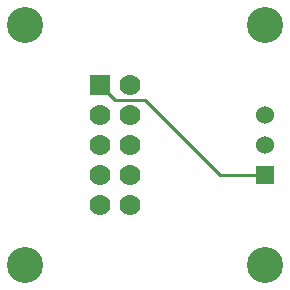
<source format=gtl>
G04 (created by PCBNEW-RS274X (2012-apr-16-27)-stable) date Thu 24 Jul 2014 05:04:11 PM PDT*
G01*
G70*
G90*
%MOIN*%
G04 Gerber Fmt 3.4, Leading zero omitted, Abs format*
%FSLAX34Y34*%
G04 APERTURE LIST*
%ADD10C,0.006000*%
%ADD11R,0.070000X0.070000*%
%ADD12C,0.070000*%
%ADD13R,0.060000X0.060000*%
%ADD14C,0.060000*%
%ADD15C,0.120000*%
%ADD16C,0.009000*%
G04 APERTURE END LIST*
G54D10*
G54D11*
X23500Y-23000D03*
G54D12*
X24500Y-23000D03*
X23500Y-24000D03*
X24500Y-24000D03*
X23500Y-25000D03*
X24500Y-25000D03*
X23500Y-26000D03*
X24500Y-26000D03*
X23500Y-27000D03*
X24500Y-27000D03*
G54D13*
X29000Y-26000D03*
G54D14*
X29000Y-25000D03*
X29000Y-24000D03*
G54D15*
X21000Y-21000D03*
X29000Y-21000D03*
X29000Y-29000D03*
X21000Y-29000D03*
G54D16*
X23500Y-23000D02*
X24000Y-23500D01*
X27500Y-26000D02*
X29000Y-26000D01*
X25000Y-23500D02*
X27500Y-26000D01*
X24000Y-23500D02*
X25000Y-23500D01*
M02*

</source>
